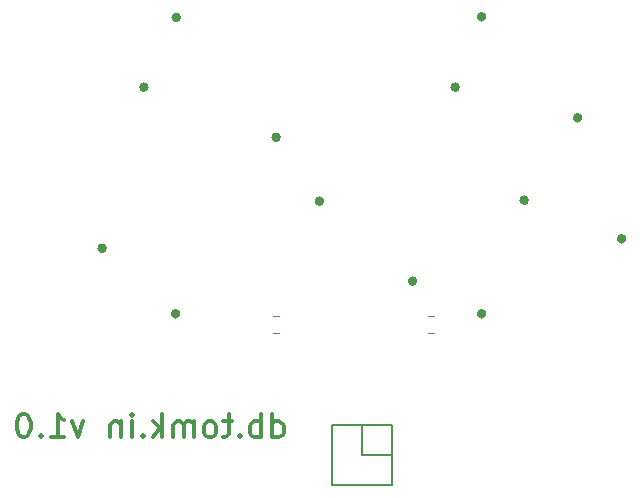
<source format=gbr>
G04 #@! TF.GenerationSoftware,KiCad,Pcbnew,5.1.4+dfsg1-1*
G04 #@! TF.CreationDate,2019-11-21T16:22:44-08:00*
G04 #@! TF.ProjectId,deutsche-bahn-sao,64657574-7363-4686-952d-6261686e2d73,rev?*
G04 #@! TF.SameCoordinates,PX70a3730PY3bf3e68*
G04 #@! TF.FileFunction,Legend,Bot*
G04 #@! TF.FilePolarity,Positive*
%FSLAX46Y46*%
G04 Gerber Fmt 4.6, Leading zero omitted, Abs format (unit mm)*
G04 Created by KiCad (PCBNEW 5.1.4+dfsg1-1) date 2019-11-21 16:22:44*
%MOMM*%
%LPD*%
G04 APERTURE LIST*
%ADD10C,0.300000*%
%ADD11C,0.120000*%
%ADD12C,0.400000*%
%ADD13C,0.200000*%
G04 APERTURE END LIST*
D10*
X25446333Y-44846761D02*
X25446333Y-42846761D01*
X25446333Y-44751523D02*
X25636809Y-44846761D01*
X26017761Y-44846761D01*
X26208238Y-44751523D01*
X26303476Y-44656285D01*
X26398714Y-44465809D01*
X26398714Y-43894380D01*
X26303476Y-43703904D01*
X26208238Y-43608666D01*
X26017761Y-43513428D01*
X25636809Y-43513428D01*
X25446333Y-43608666D01*
X24493952Y-44846761D02*
X24493952Y-42846761D01*
X24493952Y-43608666D02*
X24303476Y-43513428D01*
X23922523Y-43513428D01*
X23732047Y-43608666D01*
X23636809Y-43703904D01*
X23541571Y-43894380D01*
X23541571Y-44465809D01*
X23636809Y-44656285D01*
X23732047Y-44751523D01*
X23922523Y-44846761D01*
X24303476Y-44846761D01*
X24493952Y-44751523D01*
X22684428Y-44656285D02*
X22589190Y-44751523D01*
X22684428Y-44846761D01*
X22779666Y-44751523D01*
X22684428Y-44656285D01*
X22684428Y-44846761D01*
X22017761Y-43513428D02*
X21255857Y-43513428D01*
X21732047Y-42846761D02*
X21732047Y-44561047D01*
X21636809Y-44751523D01*
X21446333Y-44846761D01*
X21255857Y-44846761D01*
X20303476Y-44846761D02*
X20493952Y-44751523D01*
X20589190Y-44656285D01*
X20684428Y-44465809D01*
X20684428Y-43894380D01*
X20589190Y-43703904D01*
X20493952Y-43608666D01*
X20303476Y-43513428D01*
X20017761Y-43513428D01*
X19827285Y-43608666D01*
X19732047Y-43703904D01*
X19636809Y-43894380D01*
X19636809Y-44465809D01*
X19732047Y-44656285D01*
X19827285Y-44751523D01*
X20017761Y-44846761D01*
X20303476Y-44846761D01*
X18779666Y-44846761D02*
X18779666Y-43513428D01*
X18779666Y-43703904D02*
X18684428Y-43608666D01*
X18493952Y-43513428D01*
X18208238Y-43513428D01*
X18017761Y-43608666D01*
X17922523Y-43799142D01*
X17922523Y-44846761D01*
X17922523Y-43799142D02*
X17827285Y-43608666D01*
X17636809Y-43513428D01*
X17351095Y-43513428D01*
X17160619Y-43608666D01*
X17065380Y-43799142D01*
X17065380Y-44846761D01*
X16113000Y-44846761D02*
X16113000Y-42846761D01*
X15922523Y-44084857D02*
X15351095Y-44846761D01*
X15351095Y-43513428D02*
X16113000Y-44275333D01*
X14493952Y-44656285D02*
X14398714Y-44751523D01*
X14493952Y-44846761D01*
X14589190Y-44751523D01*
X14493952Y-44656285D01*
X14493952Y-44846761D01*
X13541571Y-44846761D02*
X13541571Y-43513428D01*
X13541571Y-42846761D02*
X13636809Y-42942000D01*
X13541571Y-43037238D01*
X13446333Y-42942000D01*
X13541571Y-42846761D01*
X13541571Y-43037238D01*
X12589190Y-43513428D02*
X12589190Y-44846761D01*
X12589190Y-43703904D02*
X12493952Y-43608666D01*
X12303476Y-43513428D01*
X12017761Y-43513428D01*
X11827285Y-43608666D01*
X11732047Y-43799142D01*
X11732047Y-44846761D01*
X9446333Y-43513428D02*
X8970142Y-44846761D01*
X8493952Y-43513428D01*
X6684428Y-44846761D02*
X7827285Y-44846761D01*
X7255857Y-44846761D02*
X7255857Y-42846761D01*
X7446333Y-43132476D01*
X7636809Y-43322952D01*
X7827285Y-43418190D01*
X5827285Y-44656285D02*
X5732047Y-44751523D01*
X5827285Y-44846761D01*
X5922523Y-44751523D01*
X5827285Y-44656285D01*
X5827285Y-44846761D01*
X4493952Y-42846761D02*
X4303476Y-42846761D01*
X4113000Y-42942000D01*
X4017761Y-43037238D01*
X3922523Y-43227714D01*
X3827285Y-43608666D01*
X3827285Y-44084857D01*
X3922523Y-44465809D01*
X4017761Y-44656285D01*
X4113000Y-44751523D01*
X4303476Y-44846761D01*
X4493952Y-44846761D01*
X4684428Y-44751523D01*
X4779666Y-44656285D01*
X4874904Y-44465809D01*
X4970142Y-44084857D01*
X4970142Y-43608666D01*
X4874904Y-43227714D01*
X4779666Y-43037238D01*
X4684428Y-42942000D01*
X4493952Y-42846761D01*
D11*
X39123252Y-36016000D02*
X38600748Y-36016000D01*
X39123252Y-34596000D02*
X38600748Y-34596000D01*
D12*
X43358000Y-34395000D02*
G75*
G03X43358000Y-34395000I-200000J0D01*
G01*
X37516000Y-31645000D02*
G75*
G03X37516000Y-31645000I-200000J0D01*
G01*
X17513500Y-9312500D02*
G75*
G03X17513500Y-9312500I-200000J0D01*
G01*
X29622500Y-24870000D02*
G75*
G03X29622500Y-24870000I-200000J0D01*
G01*
X55213000Y-28045000D02*
G75*
G03X55213000Y-28045000I-200000J0D01*
G01*
X46958000Y-24787000D02*
G75*
G03X46958000Y-24787000I-200000J0D01*
G01*
X25959000Y-19453000D02*
G75*
G03X25959000Y-19453000I-200000J0D01*
G01*
X41116000Y-15218000D02*
G75*
G03X41116000Y-15218000I-200000J0D01*
G01*
X51486000Y-17802000D02*
G75*
G03X51486000Y-17802000I-200000J0D01*
G01*
X11227000Y-28851000D02*
G75*
G03X11227000Y-28851000I-200000J0D01*
G01*
X43358000Y-9249000D02*
G75*
G03X43358000Y-9249000I-200000J0D01*
G01*
X17450000Y-34395000D02*
G75*
G03X17450000Y-34395000I-200000J0D01*
G01*
D11*
X25519748Y-34596000D02*
X26042252Y-34596000D01*
X25519748Y-36016000D02*
X26042252Y-36016000D01*
D13*
X33020000Y-46355000D02*
X33020000Y-43815000D01*
X35560000Y-46355000D02*
X33020000Y-46355000D01*
X35560000Y-43815000D02*
X30480000Y-43815000D01*
X35560000Y-48895000D02*
X30480000Y-48895000D01*
X35560000Y-48895000D02*
X35560000Y-43815000D01*
X30480000Y-48895000D02*
X30480000Y-43815000D01*
D12*
X14763500Y-15218000D02*
G75*
G03X14763500Y-15218000I-200000J0D01*
G01*
M02*

</source>
